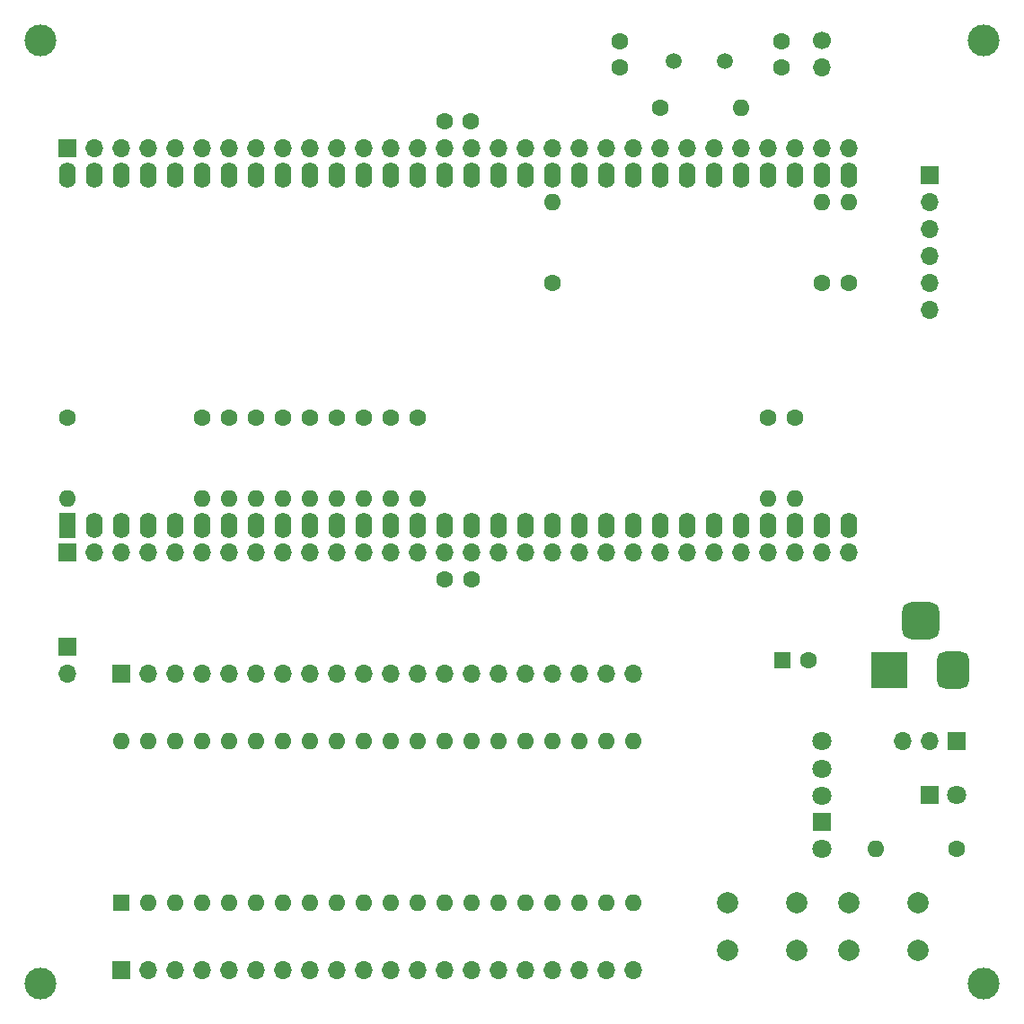
<source format=gbr>
%TF.GenerationSoftware,KiCad,Pcbnew,8.0.1*%
%TF.CreationDate,2024-04-25T09:35:45+09:00*%
%TF.ProjectId,TangNanoDCJ11MEM,54616e67-4e61-46e6-9f44-434a31314d45,rev?*%
%TF.SameCoordinates,Original*%
%TF.FileFunction,Soldermask,Top*%
%TF.FilePolarity,Negative*%
%FSLAX46Y46*%
G04 Gerber Fmt 4.6, Leading zero omitted, Abs format (unit mm)*
G04 Created by KiCad (PCBNEW 8.0.1) date 2024-04-25 09:35:45*
%MOMM*%
%LPD*%
G01*
G04 APERTURE LIST*
G04 Aperture macros list*
%AMRoundRect*
0 Rectangle with rounded corners*
0 $1 Rounding radius*
0 $2 $3 $4 $5 $6 $7 $8 $9 X,Y pos of 4 corners*
0 Add a 4 corners polygon primitive as box body*
4,1,4,$2,$3,$4,$5,$6,$7,$8,$9,$2,$3,0*
0 Add four circle primitives for the rounded corners*
1,1,$1+$1,$2,$3*
1,1,$1+$1,$4,$5*
1,1,$1+$1,$6,$7*
1,1,$1+$1,$8,$9*
0 Add four rect primitives between the rounded corners*
20,1,$1+$1,$2,$3,$4,$5,0*
20,1,$1+$1,$4,$5,$6,$7,0*
20,1,$1+$1,$6,$7,$8,$9,0*
20,1,$1+$1,$8,$9,$2,$3,0*%
G04 Aperture macros list end*
%ADD10C,3.000000*%
%ADD11C,1.600000*%
%ADD12O,1.600000X1.600000*%
%ADD13C,2.000000*%
%ADD14R,1.700000X1.700000*%
%ADD15O,1.700000X1.700000*%
%ADD16C,1.500000*%
%ADD17R,3.500000X3.500000*%
%ADD18RoundRect,0.750000X0.750000X1.000000X-0.750000X1.000000X-0.750000X-1.000000X0.750000X-1.000000X0*%
%ADD19RoundRect,0.875000X0.875000X0.875000X-0.875000X0.875000X-0.875000X-0.875000X0.875000X-0.875000X0*%
%ADD20R,1.800000X1.800000*%
%ADD21C,1.800000*%
%ADD22C,1.700000*%
%ADD23R,1.600000X2.400000*%
%ADD24O,1.600000X2.400000*%
%ADD25R,1.600000X1.600000*%
G04 APERTURE END LIST*
D10*
%TO.C,REF\u002A\u002A*%
X93980000Y-93980000D03*
%TD*%
D11*
%TO.C,R8*%
X20320000Y-40640000D03*
D12*
X20320000Y-48260000D03*
%TD*%
D13*
%TO.C,SW2*%
X69850000Y-86360000D03*
X76350000Y-86360000D03*
X69850000Y-90860000D03*
X76350000Y-90860000D03*
%TD*%
D11*
%TO.C,R11*%
X40640000Y-40640000D03*
D12*
X40640000Y-48260000D03*
%TD*%
D11*
%TO.C,R9*%
X22860000Y-40640000D03*
D12*
X22860000Y-48260000D03*
%TD*%
D14*
%TO.C,J8*%
X7620000Y-53340000D03*
D15*
X10160000Y-53340000D03*
X12700000Y-53340000D03*
X15240000Y-53340000D03*
X17780000Y-53340000D03*
X20320000Y-53340000D03*
X22860000Y-53340000D03*
X25400000Y-53340000D03*
X27940000Y-53340000D03*
X30480000Y-53340000D03*
X33020000Y-53340000D03*
X35560000Y-53340000D03*
X38100000Y-53340000D03*
X40640000Y-53340000D03*
X43180000Y-53340000D03*
X45720000Y-53340000D03*
X48260000Y-53340000D03*
X50800000Y-53340000D03*
X53340000Y-53340000D03*
X55880000Y-53340000D03*
X58420000Y-53340000D03*
X60960000Y-53340000D03*
X63500000Y-53340000D03*
X66040000Y-53340000D03*
X68580000Y-53340000D03*
X71120000Y-53340000D03*
X73660000Y-53340000D03*
X76200000Y-53340000D03*
X78740000Y-53340000D03*
X81280000Y-53340000D03*
%TD*%
D11*
%TO.C,R13*%
X76200000Y-40640000D03*
D12*
X76200000Y-48260000D03*
%TD*%
D11*
%TO.C,R1*%
X91440000Y-81280000D03*
D12*
X83820000Y-81280000D03*
%TD*%
D11*
%TO.C,R15*%
X78740000Y-27940000D03*
D12*
X78740000Y-20320000D03*
%TD*%
D11*
%TO.C,R14*%
X53340000Y-27940000D03*
D12*
X53340000Y-20320000D03*
%TD*%
D14*
%TO.C,J7*%
X88900000Y-17780000D03*
D15*
X88900000Y-20320000D03*
X88900000Y-22860000D03*
X88900000Y-25400000D03*
X88900000Y-27940000D03*
X88900000Y-30480000D03*
%TD*%
D14*
%TO.C,J3*%
X91440000Y-71120000D03*
D15*
X88900000Y-71120000D03*
X86360000Y-71120000D03*
%TD*%
D14*
%TO.C,J6*%
X12700000Y-64770000D03*
D15*
X15240000Y-64770000D03*
X17780000Y-64770000D03*
X20320000Y-64770000D03*
X22860000Y-64770000D03*
X25400000Y-64770000D03*
X27940000Y-64770000D03*
X30480000Y-64770000D03*
X33020000Y-64770000D03*
X35560000Y-64770000D03*
X38100000Y-64770000D03*
X40640000Y-64770000D03*
X43180000Y-64770000D03*
X45720000Y-64770000D03*
X48260000Y-64770000D03*
X50800000Y-64770000D03*
X53340000Y-64770000D03*
X55880000Y-64770000D03*
X58420000Y-64770000D03*
X60960000Y-64770000D03*
%TD*%
D11*
%TO.C,R5*%
X35560000Y-40640000D03*
D12*
X35560000Y-48260000D03*
%TD*%
D16*
%TO.C,Y1*%
X69650000Y-6985000D03*
X64770000Y-6985000D03*
%TD*%
D17*
%TO.C,J1*%
X85090000Y-64457500D03*
D18*
X91090000Y-64457500D03*
D19*
X88090000Y-59757500D03*
%TD*%
D20*
%TO.C,D1*%
X88900000Y-76200000D03*
D21*
X91440000Y-76200000D03*
%TD*%
D11*
%TO.C,C4*%
X59690000Y-7620000D03*
X59690000Y-5120000D03*
%TD*%
%TO.C,C5*%
X74930000Y-7620000D03*
X74930000Y-5120000D03*
%TD*%
%TO.C,C2*%
X45720000Y-55880000D03*
X43220000Y-55880000D03*
%TD*%
%TO.C,R7*%
X7620000Y-40640000D03*
D12*
X7620000Y-48260000D03*
%TD*%
D10*
%TO.C,REF\u002A\u002A*%
X5080000Y-5080000D03*
%TD*%
D11*
%TO.C,R10*%
X25400000Y-40630000D03*
D12*
X25400000Y-48250000D03*
%TD*%
D11*
%TO.C,R3*%
X30480000Y-40640000D03*
D12*
X30480000Y-48260000D03*
%TD*%
D13*
%TO.C,SW3*%
X81280000Y-86360000D03*
X87780000Y-86360000D03*
X81280000Y-90860000D03*
X87780000Y-90860000D03*
%TD*%
D11*
%TO.C,R12*%
X73660000Y-40640000D03*
D12*
X73660000Y-48260000D03*
%TD*%
D14*
%TO.C,J2*%
X7620000Y-62230000D03*
D15*
X7620000Y-64770000D03*
%TD*%
D22*
%TO.C,JP1*%
X78740000Y-5080000D03*
D15*
X78740000Y-7620000D03*
%TD*%
D11*
%TO.C,R17*%
X63500000Y-11430000D03*
D12*
X71120000Y-11430000D03*
%TD*%
D23*
%TO.C,U1*%
X7620000Y-50800000D03*
D24*
X10160000Y-50800000D03*
X12700000Y-50800000D03*
X15240000Y-50800000D03*
X17780000Y-50800000D03*
X20320000Y-50800000D03*
X22860000Y-50800000D03*
X25400000Y-50800000D03*
X27940000Y-50800000D03*
X30480000Y-50800000D03*
X33020000Y-50800000D03*
X35560000Y-50800000D03*
X38100000Y-50800000D03*
X40640000Y-50800000D03*
X43180000Y-50800000D03*
X45720000Y-50800000D03*
X48260000Y-50800000D03*
X50800000Y-50800000D03*
X53340000Y-50800000D03*
X55880000Y-50800000D03*
X58420000Y-50800000D03*
X60960000Y-50800000D03*
X63500000Y-50800000D03*
X66040000Y-50800000D03*
X68580000Y-50800000D03*
X71120000Y-50800000D03*
X73660000Y-50800000D03*
X76200000Y-50800000D03*
X78740000Y-50800000D03*
X81280000Y-50800000D03*
X81280000Y-17780000D03*
X78740000Y-17780000D03*
X76200000Y-17780000D03*
X73660000Y-17780000D03*
X71120000Y-17780000D03*
X68580000Y-17780000D03*
X66040000Y-17780000D03*
X63500000Y-17780000D03*
X60960000Y-17780000D03*
X58420000Y-17780000D03*
X55880000Y-17780000D03*
X53340000Y-17780000D03*
X50800000Y-17780000D03*
X48260000Y-17780000D03*
X45720000Y-17780000D03*
X43180000Y-17780000D03*
X40640000Y-17780000D03*
X38100000Y-17780000D03*
X35560000Y-17780000D03*
X33020000Y-17780000D03*
X30480000Y-17780000D03*
X27940000Y-17780000D03*
X25400000Y-17780000D03*
X22860000Y-17780000D03*
X20320000Y-17780000D03*
X17780000Y-17780000D03*
X15240000Y-17780000D03*
X12700000Y-17780000D03*
X10160000Y-17780000D03*
X7620000Y-17780000D03*
%TD*%
D11*
%TO.C,C1*%
X43180000Y-12700000D03*
X45680000Y-12700000D03*
%TD*%
%TO.C,R6*%
X38100000Y-40640000D03*
D12*
X38100000Y-48260000D03*
%TD*%
D11*
%TO.C,R2*%
X27940000Y-40640000D03*
D12*
X27940000Y-48260000D03*
%TD*%
D25*
%TO.C,J4*%
X12700000Y-86360000D03*
D12*
X15240000Y-86360000D03*
X17780000Y-86360000D03*
X20320000Y-86360000D03*
X22860000Y-86360000D03*
X25400000Y-86360000D03*
X27940000Y-86360000D03*
X30480000Y-86360000D03*
X33020000Y-86360000D03*
X35560000Y-86360000D03*
X38100000Y-86360000D03*
X40640000Y-86360000D03*
X43180000Y-86360000D03*
X45720000Y-86360000D03*
X48260000Y-86360000D03*
X50800000Y-86360000D03*
X53340000Y-86360000D03*
X55880000Y-86360000D03*
X58420000Y-86360000D03*
X60960000Y-86360000D03*
X60960000Y-71120000D03*
X58420000Y-71120000D03*
X55880000Y-71120000D03*
X53340000Y-71120000D03*
X50800000Y-71120000D03*
X48260000Y-71120000D03*
X45720000Y-71120000D03*
X43180000Y-71120000D03*
X40640000Y-71120000D03*
X38100000Y-71120000D03*
X35560000Y-71120000D03*
X33020000Y-71120000D03*
X30480000Y-71120000D03*
X27940000Y-71120000D03*
X25400000Y-71120000D03*
X22860000Y-71120000D03*
X20320000Y-71120000D03*
X17780000Y-71120000D03*
X15240000Y-71120000D03*
X12700000Y-71120000D03*
%TD*%
D11*
%TO.C,R16*%
X81280000Y-27940000D03*
D12*
X81280000Y-20320000D03*
%TD*%
D11*
%TO.C,R4*%
X33020000Y-40640000D03*
D12*
X33020000Y-48260000D03*
%TD*%
D14*
%TO.C,J5*%
X12700000Y-92710000D03*
D15*
X15240000Y-92710000D03*
X17780000Y-92710000D03*
X20320000Y-92710000D03*
X22860000Y-92710000D03*
X25400000Y-92710000D03*
X27940000Y-92710000D03*
X30480000Y-92710000D03*
X33020000Y-92710000D03*
X35560000Y-92710000D03*
X38100000Y-92710000D03*
X40640000Y-92710000D03*
X43180000Y-92710000D03*
X45720000Y-92710000D03*
X48260000Y-92710000D03*
X50800000Y-92710000D03*
X53340000Y-92710000D03*
X55880000Y-92710000D03*
X58420000Y-92710000D03*
X60960000Y-92710000D03*
%TD*%
D10*
%TO.C,REF\u002A\u002A*%
X5080000Y-93980000D03*
%TD*%
D25*
%TO.C,C3*%
X75017621Y-63500000D03*
D11*
X77517621Y-63500000D03*
%TD*%
D21*
%TO.C,SW1*%
X78740000Y-81280000D03*
X78740000Y-71120000D03*
D20*
X78740000Y-78740000D03*
D21*
X78740000Y-76240000D03*
X78740000Y-73740000D03*
%TD*%
D14*
%TO.C,J9*%
X7620000Y-15240000D03*
D15*
X10160000Y-15240000D03*
X12700000Y-15240000D03*
X15240000Y-15240000D03*
X17780000Y-15240000D03*
X20320000Y-15240000D03*
X22860000Y-15240000D03*
X25400000Y-15240000D03*
X27940000Y-15240000D03*
X30480000Y-15240000D03*
X33020000Y-15240000D03*
X35560000Y-15240000D03*
X38100000Y-15240000D03*
X40640000Y-15240000D03*
X43180000Y-15240000D03*
X45720000Y-15240000D03*
X48260000Y-15240000D03*
X50800000Y-15240000D03*
X53340000Y-15240000D03*
X55880000Y-15240000D03*
X58420000Y-15240000D03*
X60960000Y-15240000D03*
X63500000Y-15240000D03*
X66040000Y-15240000D03*
X68580000Y-15240000D03*
X71120000Y-15240000D03*
X73660000Y-15240000D03*
X76200000Y-15240000D03*
X78740000Y-15240000D03*
X81280000Y-15240000D03*
%TD*%
D10*
%TO.C,REF\u002A\u002A*%
X93980000Y-5080000D03*
%TD*%
M02*

</source>
